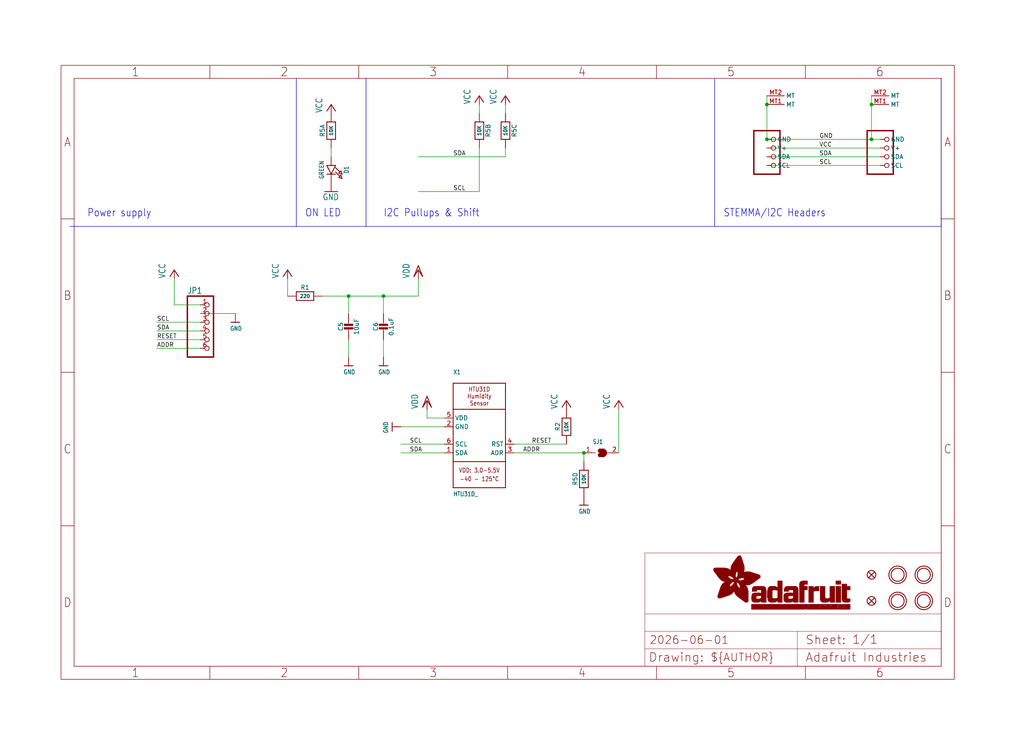
<source format=kicad_sch>
(kicad_sch (version 20230121) (generator eeschema)
  (paper "User" 298.45 217.322)
  (lib_symbols
    (symbol "working-eagle-import:CAP_CERAMIC0603_NO"
      (property "Reference" "C" (at -2.29 1.25 90))
      (symbol "CAP_CERAMIC0603_NO_1_0"
        (pin passive line (at 0 5.08 270) (length 2.54) (name "1") (number "1"))
        (pin passive line (at 0 -2.54 90) (length 2.54) (name "2") (number "2"))
      )
    )
    (symbol "working-eagle-import:CAP_CERAMIC0805-NOOUTLINE"
      (property "Reference" "C" (at -2.29 1.25 90))
      (symbol "CAP_CERAMIC0805-NOOUTLINE_1_0"
        (pin passive line (at 0 5.08 270) (length 2.54) (name "1") (number "1"))
        (pin passive line (at 0 -2.54 90) (length 2.54) (name "2") (number "2"))
      )
    )
    (symbol "working-eagle-import:FIDUCIAL_1MM")
    (symbol "working-eagle-import:FRAME_A4_ADAFRUIT"
      (symbol "FRAME_A4_ADAFRUIT_1_0"
        (text "${#}/${##}" (at 230.505 10.16 0) (effects (font (size 2.54 2.54)) (justify left bottom)))
        (text "${AUTHOR}" (at 189.23 5.08 0) (effects (font (size 2.286 2.286)) (justify left bottom)))
        (text "${CURRENT_DATE}" (at 171.45 10.16 0) (effects (font (size 2.286 2.286)) (justify left bottom)))
        (text "${PROJECTNAME}" (at 171.45 15.24 0) (effects (font (size 2.54 2.54)) (justify left bottom)))
        (text "1" (at 21.6958 1.905 0) (effects (font (size 2.54 2.286))))
        (text "1" (at 21.6958 177.165 0) (effects (font (size 2.54 2.286))))
        (text "2" (at 65.0875 1.905 0) (effects (font (size 2.54 2.286))))
        (text "2" (at 65.0875 177.165 0) (effects (font (size 2.54 2.286))))
        (text "3" (at 108.4792 1.905 0) (effects (font (size 2.54 2.286))))
        (text "3" (at 108.4792 177.165 0) (effects (font (size 2.54 2.286))))
        (text "4" (at 151.8708 1.905 0) (effects (font (size 2.54 2.286))))
        (text "4" (at 151.8708 177.165 0) (effects (font (size 2.54 2.286))))
        (text "5" (at 195.2625 1.905 0) (effects (font (size 2.54 2.286))))
        (text "5" (at 195.2625 177.165 0) (effects (font (size 2.54 2.286))))
        (text "6" (at 238.6542 1.905 0) (effects (font (size 2.54 2.286))))
        (text "6" (at 238.6542 177.165 0) (effects (font (size 2.54 2.286))))
        (text "A" (at 1.905 156.6863 0) (effects (font (size 2.54 2.286))))
        (text "A" (at 258.445 156.6863 0) (effects (font (size 2.54 2.286))))
        (text "Adafruit Industries" (at 216.916 4.953 0) (effects (font (size 2.54 2.54)) (justify left bottom)))
        (text "B" (at 1.905 111.9188 0) (effects (font (size 2.54 2.286))))
        (text "B" (at 258.445 111.9188 0) (effects (font (size 2.54 2.286))))
        (text "C" (at 1.905 67.1513 0) (effects (font (size 2.54 2.286))))
        (text "C" (at 258.445 67.1513 0) (effects (font (size 2.54 2.286))))
        (text "D" (at 1.905 22.3838 0) (effects (font (size 2.54 2.286))))
        (text "D" (at 258.445 22.3838 0) (effects (font (size 2.54 2.286))))
        (text "Drawing:" (at 171.196 4.953 0) (effects (font (size 2.54 2.54)) (justify left bottom)))
        (text "Sheet:" (at 216.916 10.033 0) (effects (font (size 2.54 2.54)) (justify left bottom)))
      )
    )
    (symbol "working-eagle-import:GND" (power)
      (property "Value" "GND" (at -1.524 -2.54 0))
      (symbol "GND_1_0"
        (pin power_in line (at 0 2.54 270) (length 2.54) (name "GND") (number "1"))
      )
    )
    (symbol "working-eagle-import:HEADER-1X670MIL"
      (property "Reference" "JP" (at -6.35 10.795 0))
      (symbol "HEADER-1X670MIL_1_0"
        (pin passive inverted (at -2.54 7.62 0) (length 2.54) (name "1") (number "1"))
        (pin passive inverted (at -2.54 5.08 0) (length 2.54) (name "2") (number "2"))
        (pin passive inverted (at -2.54 2.54 0) (length 2.54) (name "3") (number "3"))
        (pin passive inverted (at -2.54 0 0) (length 2.54) (name "4") (number "4"))
        (pin passive inverted (at -2.54 -2.54 0) (length 2.54) (name "5") (number "5"))
        (pin passive inverted (at -2.54 -5.08 0) (length 2.54) (name "6") (number "6"))
      )
    )
    (symbol "working-eagle-import:HTU31D_"
      (property "Reference" "X" (at -7.62 17.78 0))
      (symbol "HTU31D__1_0"
        (text "-40 - 125°C" (at 0 -12.7 0) (effects (font (size 1.27 1.0795))))
        (text "HTU31D\nHumidity\nSensor" (at 0 11.43 0) (effects (font (size 1.27 1.0795))))
        (text "VDD: 3.0-5.5V" (at 0 -10.16 0) (effects (font (size 1.27 1.0795))))
        (pin bidirectional line (at -10.16 -5.08 0) (length 2.54) (name "SDA") (number "1"))
        (pin power_in line (at -10.16 2.54 0) (length 2.54) (name "GND") (number "2"))
        (pin input line (at 10.16 -5.08 180) (length 2.54) (name "ADR") (number "3"))
        (pin input line (at 10.16 -2.54 180) (length 2.54) (name "RST") (number "4"))
        (pin power_in line (at -10.16 5.08 0) (length 2.54) (name "VDD") (number "5"))
        (pin input line (at -10.16 -2.54 0) (length 2.54) (name "SCL") (number "6"))
      )
    )
    (symbol "working-eagle-import:LED0603_NOOUTLINE"
      (property "Reference" "D" (at -1.27 4.445 0))
      (symbol "LED0603_NOOUTLINE_1_0"
        (pin passive line (at -5.08 0 0) (length 2.54) (name "A") (number "A"))
        (pin passive line (at 2.54 0 180) (length 2.54) (name "C") (number "C"))
      )
    )
    (symbol "working-eagle-import:MOUNTINGHOLE2.5")
    (symbol "working-eagle-import:RESISTOR_0603_NOOUT"
      (property "Reference" "R" (at 0 2.54 0))
      (symbol "RESISTOR_0603_NOOUT_1_0"
        (pin passive line (at -5.08 0 0) (length 2.54) (name "1") (number "1"))
        (pin passive line (at 5.08 0 180) (length 2.54) (name "2") (number "2"))
      )
    )
    (symbol "working-eagle-import:RESISTOR_4PACK"
      (property "Reference" "R" (at 0 2.54 0))
      (symbol "RESISTOR_4PACK_1_0"
        (pin passive line (at -5.08 0 0) (length 2.54) (name "1") (number "1"))
        (pin passive line (at 5.08 0 180) (length 2.54) (name "2") (number "8"))
      )
      (symbol "RESISTOR_4PACK_2_0"
        (pin passive line (at -5.08 0 0) (length 2.54) (name "1") (number "2"))
        (pin passive line (at 5.08 0 180) (length 2.54) (name "2") (number "7"))
      )
      (symbol "RESISTOR_4PACK_3_0"
        (pin passive line (at -5.08 0 0) (length 2.54) (name "1") (number "3"))
        (pin passive line (at 5.08 0 180) (length 2.54) (name "2") (number "6"))
      )
      (symbol "RESISTOR_4PACK_4_0"
        (pin passive line (at -5.08 0 0) (length 2.54) (name "1") (number "4"))
        (pin passive line (at 5.08 0 180) (length 2.54) (name "2") (number "5"))
      )
    )
    (symbol "working-eagle-import:SOLDERJUMPER"
      (property "Reference" "SJ" (at -2.54 2.54 0))
      (symbol "SOLDERJUMPER_1_0"
        (pin passive line (at -5.08 0 0) (length 2.54) (name "1") (number "1"))
        (pin passive line (at 5.08 0 180) (length 2.54) (name "2") (number "2"))
      )
    )
    (symbol "working-eagle-import:STEMMA_I2C_QT"
      (symbol "STEMMA_I2C_QT_1_0"
        (pin passive inverted (at 0 5.08 0) (length 2.54) (name "GND") (number "1"))
        (pin passive inverted (at 0 2.54 0) (length 2.54) (name "V+") (number "2"))
        (pin passive inverted (at 0 0 0) (length 2.54) (name "SDA") (number "3"))
        (pin passive inverted (at 0 -2.54 0) (length 2.54) (name "SCL") (number "4"))
      )
      (symbol "STEMMA_I2C_QT_2_0"
        (pin bidirectional line (at 0 0 0) (length 5.08) (name "MT") (number "MT1"))
      )
      (symbol "STEMMA_I2C_QT_3_0"
        (pin bidirectional line (at 0 0 0) (length 5.08) (name "MT") (number "MT2"))
      )
    )
    (symbol "working-eagle-import:VCC" (power)
      (property "Value" "VCC" (at -2.54 -2.54 90))
      (symbol "VCC_1_0"
        (pin power_in line (at 0 -2.54 90) (length 2.54) (name "VCC") (number "1"))
      )
    )
    (symbol "working-eagle-import:VDD" (power)
      (property "Value" "VDD" (at -2.54 -2.54 90))
      (symbol "VDD_1_0"
        (pin power_in line (at 0 -2.54 90) (length 2.54) (name "VDD") (number "1"))
      )
    )
    (symbol "working-eagle-import:supply1_GND" (power)
      (property "Value" "supply1_GND" (at -2.54 -2.54 0))
      (symbol "supply1_GND_1_0"
        (pin power_in line (at 0 2.54 270) (length 2.54) (name "GND") (number "1"))
      )
    )
  )
  (junction (at 170.18 132.08))
  (junction (at 254 30.48))
  (junction (at 223.52 40.64))
  (junction (at 101.6 86.36))
  (junction (at 223.52 30.48))
  (junction (at 254 40.64))
  (junction (at 111.76 86.36))
  (wire (pts (xy 83.82 81.28) (xy 83.82 86.36)) (stroke (width 0.1524)))
  (wire (pts (xy 149.86 129.54) (xy 165.1 129.54)) (stroke (width 0.1524)))
  (polyline (pts (xy 20.32 66.04) (xy 86.36 66.04)) (stroke (width 0.1524) (type solid)))
  (polyline (pts (xy 208.28 66.04) (xy 274.32 66.04)) (stroke (width 0.1524) (type solid)))
  (polyline (pts (xy 86.36 22.86) (xy 86.36 66.04)) (stroke (width 0.1524) (type solid)))
  (wire (pts (xy 254 40.64) (xy 223.52 40.64)) (stroke (width 0.1524)))
  (wire (pts (xy 129.54 121.92) (xy 124.46 121.92)) (stroke (width 0.1524)))
  (wire (pts (xy 254 30.48) (xy 254 40.64)) (stroke (width 0.1524)))
  (polyline (pts (xy 208.28 22.86) (xy 208.28 66.04)) (stroke (width 0.1524) (type solid)))
  (polyline (pts (xy 274.32 22.86) (xy 274.32 66.04)) (stroke (width 0.1524) (type solid)))
  (wire (pts (xy 111.76 86.36) (xy 111.76 91.44)) (stroke (width 0.1524)))
  (wire (pts (xy 58.42 99.06) (xy 45.72 99.06)) (stroke (width 0.1524)))
  (wire (pts (xy 139.7 43.18) (xy 139.7 55.88)) (stroke (width 0.1524)))
  (wire (pts (xy 129.54 129.54) (xy 116.84 129.54)) (stroke (width 0.1524)))
  (wire (pts (xy 121.92 81.28) (xy 121.92 86.36)) (stroke (width 0.1524)))
  (polyline (pts (xy 106.68 66.04) (xy 208.28 66.04)) (stroke (width 0.1524) (type solid)))
  (wire (pts (xy 111.76 86.36) (xy 121.92 86.36)) (stroke (width 0.1524)))
  (wire (pts (xy 170.18 132.08) (xy 170.18 134.62)) (stroke (width 0.1524)))
  (polyline (pts (xy 86.36 66.04) (xy 106.68 66.04)) (stroke (width 0.1524) (type solid)))
  (wire (pts (xy 139.7 30.48) (xy 139.7 33.02)) (stroke (width 0.1524)))
  (wire (pts (xy 101.6 86.36) (xy 111.76 86.36)) (stroke (width 0.1524)))
  (wire (pts (xy 116.84 124.46) (xy 129.54 124.46)) (stroke (width 0.1524)))
  (wire (pts (xy 58.42 96.52) (xy 45.72 96.52)) (stroke (width 0.1524)))
  (wire (pts (xy 58.42 88.9) (xy 50.8 88.9)) (stroke (width 0.1524)))
  (wire (pts (xy 223.52 43.18) (xy 256.54 43.18)) (stroke (width 0.1524)))
  (wire (pts (xy 223.52 30.48) (xy 223.52 40.64)) (stroke (width 0.1524)))
  (wire (pts (xy 149.86 132.08) (xy 170.18 132.08)) (stroke (width 0.1524)))
  (wire (pts (xy 147.32 43.18) (xy 147.32 45.72)) (stroke (width 0.1524)))
  (wire (pts (xy 58.42 91.44) (xy 68.58 91.44)) (stroke (width 0.1524)))
  (wire (pts (xy 101.6 99.06) (xy 101.6 104.14)) (stroke (width 0.1524)))
  (wire (pts (xy 147.32 33.02) (xy 147.32 30.48)) (stroke (width 0.1524)))
  (wire (pts (xy 223.52 48.26) (xy 256.54 48.26)) (stroke (width 0.1524)))
  (wire (pts (xy 256.54 45.72) (xy 223.52 45.72)) (stroke (width 0.1524)))
  (wire (pts (xy 124.46 121.92) (xy 124.46 119.38)) (stroke (width 0.1524)))
  (wire (pts (xy 50.8 88.9) (xy 50.8 81.28)) (stroke (width 0.1524)))
  (wire (pts (xy 223.52 27.94) (xy 223.52 30.48)) (stroke (width 0.1524)))
  (wire (pts (xy 116.84 132.08) (xy 129.54 132.08)) (stroke (width 0.1524)))
  (wire (pts (xy 111.76 99.06) (xy 111.76 104.14)) (stroke (width 0.1524)))
  (wire (pts (xy 58.42 93.98) (xy 45.72 93.98)) (stroke (width 0.1524)))
  (wire (pts (xy 254 27.94) (xy 254 30.48)) (stroke (width 0.1524)))
  (wire (pts (xy 96.52 45.72) (xy 96.52 43.18)) (stroke (width 0.1524)))
  (polyline (pts (xy 106.68 22.86) (xy 106.68 66.04)) (stroke (width 0.1524) (type solid)))
  (wire (pts (xy 147.32 45.72) (xy 121.92 45.72)) (stroke (width 0.1524)))
  (wire (pts (xy 256.54 40.64) (xy 254 40.64)) (stroke (width 0.1524)))
  (wire (pts (xy 45.72 101.6) (xy 58.42 101.6)) (stroke (width 0.1524)))
  (wire (pts (xy 93.98 86.36) (xy 101.6 86.36)) (stroke (width 0.1524)))
  (wire (pts (xy 139.7 55.88) (xy 121.92 55.88)) (stroke (width 0.1524)))
  (wire (pts (xy 101.6 86.36) (xy 101.6 91.44)) (stroke (width 0.1524)))
  (wire (pts (xy 180.34 119.38) (xy 180.34 132.08)) (stroke (width 0.1524)))
  (text "Power supply" (at 25.4 63.5 0) (effects (font (size 2.1844 1.8567)) (justify left bottom)))
  (text "ON LED" (at 88.9 63.5 0) (effects (font (size 2.1844 1.8567)) (justify left bottom)))
  (text "I2C Pullups & Shift" (at 111.76 63.5 0) (effects (font (size 2.1844 1.8567)) (justify left bottom)))
  (text "STEMMA/I2C Headers" (at 210.82 63.5 0) (effects (font (size 2.1844 1.8567)) (justify left bottom)))
  (label "SDA" (at 119.38 132.08 0) (effects (font (size 1.2446 1.2446))))
  (label "GND" (at 238.76 40.64 0) (effects (font (size 1.2446 1.2446))))
  (label "RESET" (at 154.94 129.54 0) (effects (font (size 1.2446 1.2446))))
  (label "SCL" (at 238.76 48.26 0) (effects (font (size 1.2446 1.2446))))
  (label "RESET" (at 45.72 99.06 0) (effects (font (size 1.2446 1.2446))))
  (label "ADDR" (at 152.4 132.08 0) (effects (font (size 1.2446 1.2446))))
  (label "SDA" (at 132.08 45.72 0) (effects (font (size 1.2446 1.2446))))
  (label "VCC" (at 238.76 43.18 0) (effects (font (size 1.2446 1.2446))))
  (label "SCL" (at 132.08 55.88 0) (effects (font (size 1.2446 1.2446))))
  (label "SCL" (at 119.38 129.54 0) (effects (font (size 1.2446 1.2446))))
  (label "ADDR" (at 45.72 101.6 0) (effects (font (size 1.2446 1.2446))))
  (label "SDA" (at 45.72 96.52 0) (effects (font (size 1.2446 1.2446))))
  (label "SCL" (at 45.72 93.98 0) (effects (font (size 1.2446 1.2446))))
  (label "SDA" (at 238.76 45.72 0) (effects (font (size 1.2446 1.2446))))
  (symbol (lib_id "working-eagle-import:VDD") (at 124.46 116.84 0) (unit 1)
    (property "Reference" "#VDD2" (effects hide))
    (property "Value" "VDD" (at 121.92 119.38 90) (effects (font (size 1.778 1.5113)) (justify left bottom)))
  )
  (symbol (lib_id "working-eagle-import:VCC") (at 147.32 27.94 0) (unit 1)
    (property "Reference" "#P+6" (effects hide))
    (property "Value" "VCC" (at 144.78 30.48 90) (effects (font (size 1.778 1.5113)) (justify left bottom)))
  )
  (symbol (lib_id "working-eagle-import:STEMMA_I2C_QT") (at 256.54 45.72 0) (unit 1)
    (property "Reference" "CONN4" (effects hide))
    (property "Value" "STEMMA_I2C_QT" (effects hide))
    (property "Footprint" "working:JST_SH4" (effects hide))
  )
  (symbol (lib_id "working-eagle-import:CAP_CERAMIC0603_NO") (at 111.76 96.52 0) (unit 1)
    (property "Reference" "C6" (at 109.47 95.27 90))
    (property "Value" "0.1uF" (at 114.06 95.27 90))
    (property "Footprint" "working:0603-NO" (effects hide))
  )
  (symbol (lib_id "working-eagle-import:CAP_CERAMIC0805-NOOUTLINE") (at 101.6 96.52 0) (unit 1)
    (property "Reference" "C5" (at 99.31 95.27 90))
    (property "Value" "10uF" (at 103.9 95.27 90))
    (property "Footprint" "working:0805-NO" (effects hide))
  )
  (symbol (lib_id "working-eagle-import:RESISTOR_4PACK") (at 139.7 38.1 270) (unit 2)
    (property "Reference" "R5" (at 142.24 38.1 0))
    (property "Value" "10K" (at 139.7 38.1 0) (effects (font (size 1.016 1.016) bold)))
    (property "Footprint" "working:RESPACK_4X0603" (effects hide))
  )
  (symbol (lib_id "working-eagle-import:FIDUCIAL_1MM") (at 254 175.26 0) (unit 1)
    (property "Reference" "FID3" (effects hide))
    (property "Value" "FIDUCIAL_1MM" (effects hide))
    (property "Footprint" "working:FIDUCIAL_1MM" (effects hide))
  )
  (symbol (lib_id "working-eagle-import:HTU31D_") (at 139.7 127 0) (unit 1)
    (property "Reference" "X1" (at 132.08 109.22 0) (effects (font (size 1.27 1.0795)) (justify left bottom)))
    (property "Value" "HTU31D_" (at 132.08 144.78 0) (effects (font (size 1.27 1.0795)) (justify left bottom)))
    (property "Footprint" "working:HTU31D" (effects hide))
  )
  (symbol (lib_id "working-eagle-import:MOUNTINGHOLE2.5") (at 269.24 167.64 0) (unit 1)
    (property "Reference" "U$22" (effects hide))
    (property "Value" "MOUNTINGHOLE2.5" (effects hide))
    (property "Footprint" "working:MOUNTINGHOLE_2.5_PLATED" (effects hide))
  )
  (symbol (lib_id "working-eagle-import:SOLDERJUMPER") (at 175.26 132.08 0) (unit 1)
    (property "Reference" "SJ1" (at 172.72 129.54 0) (effects (font (size 1.27 1.0795)) (justify left bottom)))
    (property "Value" "SOLDERJUMPER" (effects hide))
    (property "Footprint" "working:SOLDERJUMPER_ARROW_NOPASTE" (effects hide))
  )
  (symbol (lib_id "working-eagle-import:FIDUCIAL_1MM") (at 254 167.64 0) (unit 1)
    (property "Reference" "FID4" (effects hide))
    (property "Value" "FIDUCIAL_1MM" (effects hide))
    (property "Footprint" "working:FIDUCIAL_1MM" (effects hide))
  )
  (symbol (lib_id "working-eagle-import:RESISTOR_4PACK") (at 170.18 139.7 90) (unit 4)
    (property "Reference" "R5" (at 167.64 139.7 0))
    (property "Value" "10K" (at 170.18 139.7 0) (effects (font (size 1.016 1.016) bold)))
    (property "Footprint" "working:RESPACK_4X0603" (effects hide))
  )
  (symbol (lib_id "working-eagle-import:HEADER-1X670MIL") (at 60.96 96.52 0) (unit 1)
    (property "Reference" "JP1" (at 54.61 85.725 0) (effects (font (size 1.778 1.5113)) (justify left bottom)))
    (property "Value" "HEADER-1X670MIL" (effects hide))
    (property "Footprint" "working:1X06_ROUND_70" (effects hide))
  )
  (symbol (lib_id "working-eagle-import:VDD") (at 121.92 78.74 0) (unit 1)
    (property "Reference" "#VDD1" (effects hide))
    (property "Value" "VDD" (at 119.38 81.28 90) (effects (font (size 1.778 1.5113)) (justify left bottom)))
  )
  (symbol (lib_id "working-eagle-import:GND") (at 114.3 124.46 270) (unit 1)
    (property "Reference" "#U$1" (effects hide))
    (property "Value" "GND" (at 111.76 122.936 0) (effects (font (size 1.27 1.0795)) (justify left bottom)))
  )
  (symbol (lib_id "working-eagle-import:STEMMA_I2C_QT") (at 223.52 30.48 0) (unit 2)
    (property "Reference" "CONN3" (effects hide))
    (property "Value" "STEMMA_I2C_QT" (effects hide))
    (property "Footprint" "working:JST_SH4" (effects hide))
  )
  (symbol (lib_id "working-eagle-import:FRAME_A4_ADAFRUIT") (at 17.78 198.12 0) (unit 1)
    (property "Reference" "#U$21" (effects hide))
    (property "Value" "FRAME_A4_ADAFRUIT" (effects hide))
  )
  (symbol (lib_id "working-eagle-import:VCC") (at 96.52 30.48 0) (unit 1)
    (property "Reference" "#P+2" (effects hide))
    (property "Value" "VCC" (at 93.98 33.02 90) (effects (font (size 1.778 1.5113)) (justify left bottom)))
  )
  (symbol (lib_id "working-eagle-import:GND") (at 68.58 93.98 0) (unit 1)
    (property "Reference" "#U$14" (effects hide))
    (property "Value" "GND" (at 67.056 96.52 0) (effects (font (size 1.27 1.0795)) (justify left bottom)))
  )
  (symbol (lib_id "working-eagle-import:LED0603_NOOUTLINE") (at 96.52 50.8 270) (unit 1)
    (property "Reference" "D1" (at 100.965 49.53 0) (effects (font (size 1.27 1.0795))))
    (property "Value" "GREEN" (at 93.726 49.53 0) (effects (font (size 1.27 1.0795))))
    (property "Footprint" "working:CHIPLED_0603_NOOUTLINE" (effects hide))
  )
  (symbol (lib_id "working-eagle-import:RESISTOR_0603_NOOUT") (at 88.9 86.36 0) (unit 1)
    (property "Reference" "R1" (at 88.9 83.82 0))
    (property "Value" "220" (at 88.9 86.36 0) (effects (font (size 1.016 1.016) bold)))
    (property "Footprint" "working:0603-NO" (effects hide))
  )
  (symbol (lib_id "working-eagle-import:MOUNTINGHOLE2.5") (at 261.62 167.64 0) (unit 1)
    (property "Reference" "U$20" (effects hide))
    (property "Value" "MOUNTINGHOLE2.5" (effects hide))
    (property "Footprint" "working:MOUNTINGHOLE_2.5_PLATED" (effects hide))
  )
  (symbol (lib_id "working-eagle-import:VCC") (at 165.1 116.84 0) (unit 1)
    (property "Reference" "#P+1" (effects hide))
    (property "Value" "VCC" (at 162.56 119.38 90) (effects (font (size 1.778 1.5113)) (justify left bottom)))
  )
  (symbol (lib_id "working-eagle-import:STEMMA_I2C_QT") (at 223.52 27.94 0) (unit 3)
    (property "Reference" "CONN3" (effects hide))
    (property "Value" "STEMMA_I2C_QT" (effects hide))
    (property "Footprint" "working:JST_SH4" (effects hide))
  )
  (symbol (lib_id "working-eagle-import:GND") (at 101.6 106.68 0) (unit 1)
    (property "Reference" "#U$11" (effects hide))
    (property "Value" "GND" (at 100.076 109.22 0) (effects (font (size 1.27 1.0795)) (justify left bottom)))
  )
  (symbol (lib_id "working-eagle-import:supply1_GND") (at 96.52 55.88 0) (unit 1)
    (property "Reference" "#GND6" (effects hide))
    (property "Value" "GND" (at 93.98 58.42 0) (effects (font (size 1.778 1.5113)) (justify left bottom)))
  )
  (symbol (lib_id "working-eagle-import:GND") (at 170.18 147.32 0) (unit 1)
    (property "Reference" "#U$2" (effects hide))
    (property "Value" "GND" (at 168.656 149.86 0) (effects (font (size 1.27 1.0795)) (justify left bottom)))
  )
  (symbol (lib_id "working-eagle-import:RESISTOR_4PACK") (at 96.52 38.1 90) (unit 1)
    (property "Reference" "R5" (at 93.98 38.1 0))
    (property "Value" "10K" (at 96.52 38.1 0) (effects (font (size 1.016 1.016) bold)))
    (property "Footprint" "working:RESPACK_4X0603" (effects hide))
  )
  (symbol (lib_id "working-eagle-import:VCC") (at 139.7 27.94 0) (unit 1)
    (property "Reference" "#P+5" (effects hide))
    (property "Value" "VCC" (at 137.16 30.48 90) (effects (font (size 1.778 1.5113)) (justify left bottom)))
  )
  (symbol (lib_id "working-eagle-import:VCC") (at 83.82 78.74 0) (unit 1)
    (property "Reference" "#P+10" (effects hide))
    (property "Value" "VCC" (at 81.28 81.28 90) (effects (font (size 1.778 1.5113)) (justify left bottom)))
  )
  (symbol (lib_id "working-eagle-import:STEMMA_I2C_QT") (at 254 30.48 0) (unit 2)
    (property "Reference" "CONN4" (effects hide))
    (property "Value" "STEMMA_I2C_QT" (effects hide))
    (property "Footprint" "working:JST_SH4" (effects hide))
  )
  (symbol (lib_id "working-eagle-import:RESISTOR_0603_NOOUT") (at 165.1 124.46 90) (unit 1)
    (property "Reference" "R2" (at 162.56 124.46 0))
    (property "Value" "10K" (at 165.1 124.46 0) (effects (font (size 1.016 1.016) bold)))
    (property "Footprint" "working:0603-NO" (effects hide))
  )
  (symbol (lib_id "working-eagle-import:VCC") (at 50.8 78.74 0) (unit 1)
    (property "Reference" "#P+8" (effects hide))
    (property "Value" "VCC" (at 48.26 81.28 90) (effects (font (size 1.778 1.5113)) (justify left bottom)))
  )
  (symbol (lib_id "working-eagle-import:MOUNTINGHOLE2.5") (at 269.24 175.26 0) (unit 1)
    (property "Reference" "U$25" (effects hide))
    (property "Value" "MOUNTINGHOLE2.5" (effects hide))
    (property "Footprint" "working:MOUNTINGHOLE_2.5_PLATED" (effects hide))
  )
  (symbol (lib_id "working-eagle-import:GND") (at 111.76 106.68 0) (unit 1)
    (property "Reference" "#U$12" (effects hide))
    (property "Value" "GND" (at 110.236 109.22 0) (effects (font (size 1.27 1.0795)) (justify left bottom)))
  )
  (symbol (lib_id "working-eagle-import:STEMMA_I2C_QT") (at 254 27.94 0) (unit 3)
    (property "Reference" "CONN4" (effects hide))
    (property "Value" "STEMMA_I2C_QT" (effects hide))
    (property "Footprint" "working:JST_SH4" (effects hide))
  )
  (symbol (lib_id "working-eagle-import:MOUNTINGHOLE2.5") (at 261.62 175.26 0) (unit 1)
    (property "Reference" "U$19" (effects hide))
    (property "Value" "MOUNTINGHOLE2.5" (effects hide))
    (property "Footprint" "working:MOUNTINGHOLE_2.5_PLATED" (effects hide))
  )
  (symbol (lib_id "working-eagle-import:STEMMA_I2C_QT") (at 223.52 45.72 0) (unit 1)
    (property "Reference" "CONN3" (effects hide))
    (property "Value" "STEMMA_I2C_QT" (effects hide))
    (property "Footprint" "working:JST_SH4" (effects hide))
  )
  (symbol (lib_id "working-eagle-import:VCC") (at 180.34 116.84 0) (unit 1)
    (property "Reference" "#P+3" (effects hide))
    (property "Value" "VCC" (at 177.8 119.38 90) (effects (font (size 1.778 1.5113)) (justify left bottom)))
  )
  (symbol (lib_id "working-eagle-import:RESISTOR_4PACK") (at 147.32 38.1 270) (unit 3)
    (property "Reference" "R5" (at 149.86 38.1 0))
    (property "Value" "10K" (at 147.32 38.1 0) (effects (font (size 1.016 1.016) bold)))
    (property "Footprint" "working:RESPACK_4X0603" (effects hide))
  )
)
</source>
